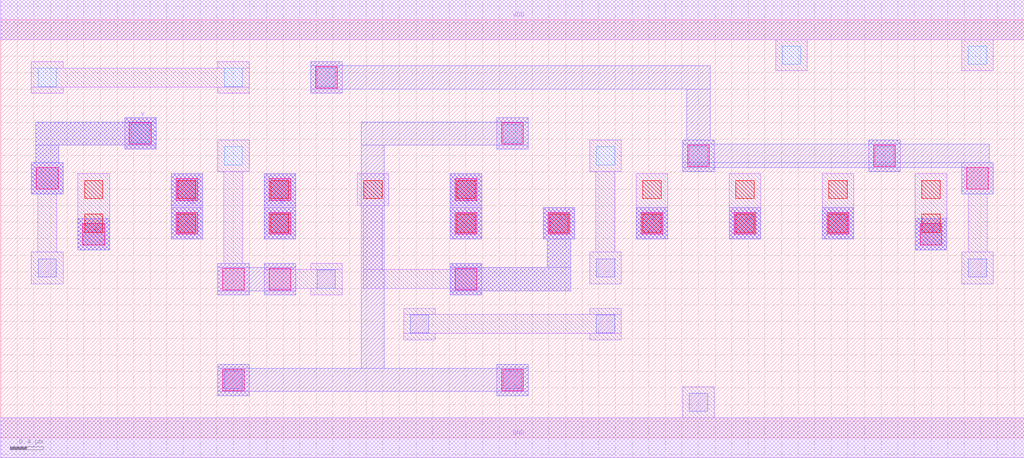
<source format=lef>
MACRO AOOAAOI21213
 CLASS CORE ;
 FOREIGN AOOAAOI21213 0 0 ;
 SIZE 12.32 BY 5.04 ;
 ORIGIN 0 0 ;
 SYMMETRY X Y R90 ;
 SITE unit ;
  PIN VDD
   DIRECTION INOUT ;
   USE POWER ;
   SHAPE ABUTMENT ;
    PORT
     CLASS CORE ;
       LAYER met1 ;
        RECT 0.00000000 4.80000000 12.32000000 5.28000000 ;
    END
  END VDD

  PIN GND
   DIRECTION INOUT ;
   USE POWER ;
   SHAPE ABUTMENT ;
    PORT
     CLASS CORE ;
       LAYER met1 ;
        RECT 0.00000000 -0.24000000 12.32000000 0.24000000 ;
    END
  END GND

  PIN Y
   DIRECTION INOUT ;
   USE SIGNAL ;
   SHAPE ABUTMENT ;
    PORT
     CLASS CORE ;
       LAYER met2 ;
        RECT 0.37000000 2.93700000 0.75000000 3.31700000 ;
        RECT 0.42000000 3.31700000 0.70000000 3.52700000 ;
        RECT 1.49000000 3.47700000 1.87000000 3.52700000 ;
        RECT 0.42000000 3.52700000 1.87000000 3.80700000 ;
        RECT 1.49000000 3.80700000 1.87000000 3.85700000 ;
    END
  END Y

  PIN E2
   DIRECTION INOUT ;
   USE SIGNAL ;
   SHAPE ABUTMENT ;
    PORT
     CLASS CORE ;
       LAYER met2 ;
        RECT 8.77000000 2.39700000 9.15000000 2.77700000 ;
    END
  END E2

  PIN E
   DIRECTION INOUT ;
   USE SIGNAL ;
   SHAPE ABUTMENT ;
    PORT
     CLASS CORE ;
       LAYER met2 ;
        RECT 11.01000000 2.26200000 11.39000000 2.64200000 ;
    END
  END E

  PIN B
   DIRECTION INOUT ;
   USE SIGNAL ;
   SHAPE ABUTMENT ;
    PORT
     CLASS CORE ;
       LAYER met2 ;
        RECT 3.17000000 2.39700000 3.55000000 3.18200000 ;
    END
  END B

  PIN A1
   DIRECTION INOUT ;
   USE SIGNAL ;
   SHAPE ABUTMENT ;
    PORT
     CLASS CORE ;
       LAYER met2 ;
        RECT 2.05000000 2.39700000 2.43000000 3.18200000 ;
    END
  END A1

  PIN E1
   DIRECTION INOUT ;
   USE SIGNAL ;
   SHAPE ABUTMENT ;
    PORT
     CLASS CORE ;
       LAYER met2 ;
        RECT 9.89000000 2.39700000 10.27000000 2.77700000 ;
    END
  END E1

  PIN D
   DIRECTION INOUT ;
   USE SIGNAL ;
   SHAPE ABUTMENT ;
    PORT
     CLASS CORE ;
       LAYER met2 ;
        RECT 7.65000000 2.39700000 8.03000000 2.77700000 ;
    END
  END D

  PIN C1
   DIRECTION INOUT ;
   USE SIGNAL ;
   SHAPE ABUTMENT ;
    PORT
     CLASS CORE ;
       LAYER met2 ;
        RECT 5.41000000 1.72200000 5.79000000 1.77200000 ;
        RECT 5.41000000 1.77200000 6.86000000 2.05200000 ;
        RECT 5.41000000 2.05200000 5.79000000 2.10200000 ;
        RECT 6.58000000 2.05200000 6.86000000 2.39700000 ;
        RECT 6.53000000 2.39700000 6.91000000 2.77700000 ;
    END
  END C1

  PIN C
   DIRECTION INOUT ;
   USE SIGNAL ;
   SHAPE ABUTMENT ;
    PORT
     CLASS CORE ;
       LAYER met2 ;
        RECT 5.41000000 2.39700000 5.79000000 3.18200000 ;
    END
  END C

  PIN A
   DIRECTION INOUT ;
   USE SIGNAL ;
   SHAPE ABUTMENT ;
    PORT
     CLASS CORE ;
       LAYER met2 ;
        RECT 0.93000000 2.26200000 1.31000000 2.64200000 ;
    END
  END A

 OBS
    LAYER polycont ;
     RECT 1.01000000 2.47700000 1.23000000 2.69700000 ;
     RECT 2.13000000 2.47700000 2.35000000 2.69700000 ;
     RECT 3.25000000 2.47700000 3.47000000 2.69700000 ;
     RECT 5.49000000 2.47700000 5.71000000 2.69700000 ;
     RECT 6.61000000 2.47700000 6.83000000 2.69700000 ;
     RECT 7.73000000 2.47700000 7.95000000 2.69700000 ;
     RECT 8.85000000 2.47700000 9.07000000 2.69700000 ;
     RECT 9.97000000 2.47700000 10.19000000 2.69700000 ;
     RECT 11.09000000 2.47700000 11.31000000 2.69700000 ;
     RECT 1.01000000 2.88200000 1.23000000 3.10200000 ;
     RECT 2.13000000 2.88200000 2.35000000 3.10200000 ;
     RECT 3.25000000 2.88200000 3.47000000 3.10200000 ;
     RECT 4.37000000 2.88200000 4.59000000 3.10200000 ;
     RECT 5.49000000 2.88200000 5.71000000 3.10200000 ;
     RECT 7.73000000 2.88200000 7.95000000 3.10200000 ;
     RECT 8.85000000 2.88200000 9.07000000 3.10200000 ;
     RECT 9.97000000 2.88200000 10.19000000 3.10200000 ;
     RECT 11.09000000 2.88200000 11.31000000 3.10200000 ;

    LAYER pdiffc ;
     RECT 2.69000000 3.28700000 2.91000000 3.50700000 ;
     RECT 7.17000000 3.28700000 7.39000000 3.50700000 ;
     RECT 8.29000000 3.28700000 8.51000000 3.50700000 ;
     RECT 10.53000000 3.28700000 10.75000000 3.50700000 ;
     RECT 1.57000000 3.55700000 1.79000000 3.77700000 ;
     RECT 6.05000000 3.55700000 6.27000000 3.77700000 ;
     RECT 0.45000000 4.23200000 0.67000000 4.45200000 ;
     RECT 2.69000000 4.23200000 2.91000000 4.45200000 ;
     RECT 3.81000000 4.23200000 4.03000000 4.45200000 ;
     RECT 9.41000000 4.50200000 9.63000000 4.72200000 ;
     RECT 11.65000000 4.50200000 11.87000000 4.72200000 ;

    LAYER ndiffc ;
     RECT 8.29000000 0.31700000 8.51000000 0.53700000 ;
     RECT 2.69000000 0.58700000 2.91000000 0.80700000 ;
     RECT 6.05000000 0.58700000 6.27000000 0.80700000 ;
     RECT 4.93000000 1.26200000 5.15000000 1.48200000 ;
     RECT 7.17000000 1.26200000 7.39000000 1.48200000 ;
     RECT 3.81000000 1.80200000 4.03000000 2.02200000 ;
     RECT 0.45000000 1.93700000 0.67000000 2.15700000 ;
     RECT 7.17000000 1.93700000 7.39000000 2.15700000 ;
     RECT 11.65000000 1.93700000 11.87000000 2.15700000 ;

    LAYER met1 ;
     RECT 0.00000000 -0.24000000 12.32000000 0.24000000 ;
     RECT 8.21000000 0.24000000 8.59000000 0.61700000 ;
     RECT 2.61000000 0.50700000 2.99000000 0.88700000 ;
     RECT 5.97000000 0.50700000 6.35000000 0.88700000 ;
     RECT 4.85000000 1.18200000 5.23000000 1.25700000 ;
     RECT 7.09000000 1.18200000 7.47000000 1.25700000 ;
     RECT 4.85000000 1.25700000 7.47000000 1.48700000 ;
     RECT 4.85000000 1.48700000 5.23000000 1.56200000 ;
     RECT 7.09000000 1.48700000 7.47000000 1.56200000 ;
     RECT 3.17000000 1.72200000 3.55000000 1.79700000 ;
     RECT 3.73000000 1.72200000 4.11000000 1.79700000 ;
     RECT 3.17000000 1.79700000 4.11000000 2.02700000 ;
     RECT 3.17000000 2.02700000 3.55000000 2.10200000 ;
     RECT 3.73000000 2.02700000 4.11000000 2.10200000 ;
     RECT 2.05000000 2.39700000 2.43000000 2.77700000 ;
     RECT 3.17000000 2.39700000 3.55000000 2.77700000 ;
     RECT 5.41000000 2.39700000 5.79000000 2.77700000 ;
     RECT 6.53000000 2.39700000 6.91000000 2.77700000 ;
     RECT 0.93000000 2.26200000 1.31000000 3.18200000 ;
     RECT 2.05000000 2.80200000 2.43000000 3.18200000 ;
     RECT 3.17000000 2.80200000 3.55000000 3.18200000 ;
     RECT 5.41000000 1.72200000 5.79000000 1.79700000 ;
     RECT 4.36500000 1.79700000 5.79000000 2.02700000 ;
     RECT 5.41000000 2.02700000 5.79000000 2.10200000 ;
     RECT 4.36500000 2.02700000 4.59500000 2.80200000 ;
     RECT 4.29000000 2.80200000 4.67000000 3.18200000 ;
     RECT 5.41000000 2.80200000 5.79000000 3.18200000 ;
     RECT 7.65000000 2.39700000 8.03000000 3.18200000 ;
     RECT 8.77000000 2.39700000 9.15000000 3.18200000 ;
     RECT 9.89000000 2.39700000 10.27000000 3.18200000 ;
     RECT 11.01000000 2.26200000 11.39000000 3.18200000 ;
     RECT 0.37000000 1.85700000 0.75000000 2.23700000 ;
     RECT 0.44500000 2.23700000 0.67500000 2.93700000 ;
     RECT 0.37000000 2.93700000 0.75000000 3.31700000 ;
     RECT 11.57000000 1.85700000 11.95000000 2.23700000 ;
     RECT 11.64500000 2.23700000 11.87500000 2.93700000 ;
     RECT 11.57000000 2.93700000 11.95000000 3.31700000 ;
     RECT 2.61000000 1.72200000 2.99000000 2.10200000 ;
     RECT 2.68500000 2.10200000 2.91500000 3.20700000 ;
     RECT 2.61000000 3.20700000 2.99000000 3.58700000 ;
     RECT 7.09000000 1.85700000 7.47000000 2.23700000 ;
     RECT 7.16500000 2.23700000 7.39500000 3.20700000 ;
     RECT 7.09000000 3.20700000 7.47000000 3.58700000 ;
     RECT 8.21000000 3.20700000 8.59000000 3.58700000 ;
     RECT 10.45000000 3.20700000 10.83000000 3.58700000 ;
     RECT 1.49000000 3.47700000 1.87000000 3.85700000 ;
     RECT 5.97000000 3.47700000 6.35000000 3.85700000 ;
     RECT 0.37000000 4.15200000 0.75000000 4.22700000 ;
     RECT 2.61000000 4.15200000 2.99000000 4.22700000 ;
     RECT 0.37000000 4.22700000 2.99000000 4.45700000 ;
     RECT 0.37000000 4.45700000 0.75000000 4.53200000 ;
     RECT 2.61000000 4.45700000 2.99000000 4.53200000 ;
     RECT 3.73000000 4.15200000 4.11000000 4.53200000 ;
     RECT 9.33000000 4.42200000 9.71000000 4.80000000 ;
     RECT 11.57000000 4.42200000 11.95000000 4.80000000 ;
     RECT 0.00000000 4.80000000 12.32000000 5.28000000 ;

    LAYER via1 ;
     RECT 2.67000000 0.56700000 2.93000000 0.82700000 ;
     RECT 6.03000000 0.56700000 6.29000000 0.82700000 ;
     RECT 2.67000000 1.78200000 2.93000000 2.04200000 ;
     RECT 3.23000000 1.78200000 3.49000000 2.04200000 ;
     RECT 5.47000000 1.78200000 5.73000000 2.04200000 ;
     RECT 0.99000000 2.32200000 1.25000000 2.58200000 ;
     RECT 11.07000000 2.32200000 11.33000000 2.58200000 ;
     RECT 2.11000000 2.45700000 2.37000000 2.71700000 ;
     RECT 3.23000000 2.45700000 3.49000000 2.71700000 ;
     RECT 5.47000000 2.45700000 5.73000000 2.71700000 ;
     RECT 6.59000000 2.45700000 6.85000000 2.71700000 ;
     RECT 7.71000000 2.45700000 7.97000000 2.71700000 ;
     RECT 8.83000000 2.45700000 9.09000000 2.71700000 ;
     RECT 9.95000000 2.45700000 10.21000000 2.71700000 ;
     RECT 2.11000000 2.86200000 2.37000000 3.12200000 ;
     RECT 3.23000000 2.86200000 3.49000000 3.12200000 ;
     RECT 5.47000000 2.86200000 5.73000000 3.12200000 ;
     RECT 0.43000000 2.99700000 0.69000000 3.25700000 ;
     RECT 11.63000000 2.99700000 11.89000000 3.25700000 ;
     RECT 8.27000000 3.26700000 8.53000000 3.52700000 ;
     RECT 10.51000000 3.26700000 10.77000000 3.52700000 ;
     RECT 1.55000000 3.53700000 1.81000000 3.79700000 ;
     RECT 6.03000000 3.53700000 6.29000000 3.79700000 ;
     RECT 3.79000000 4.21200000 4.05000000 4.47200000 ;

    LAYER met2 ;
     RECT 2.61000000 1.72200000 2.99000000 1.77200000 ;
     RECT 3.17000000 1.72200000 3.55000000 1.77200000 ;
     RECT 2.61000000 1.77200000 3.55000000 2.05200000 ;
     RECT 2.61000000 2.05200000 2.99000000 2.10200000 ;
     RECT 3.17000000 2.05200000 3.55000000 2.10200000 ;
     RECT 0.93000000 2.26200000 1.31000000 2.64200000 ;
     RECT 11.01000000 2.26200000 11.39000000 2.64200000 ;
     RECT 5.41000000 1.72200000 5.79000000 1.77200000 ;
     RECT 5.41000000 1.77200000 6.86000000 2.05200000 ;
     RECT 5.41000000 2.05200000 5.79000000 2.10200000 ;
     RECT 6.58000000 2.05200000 6.86000000 2.39700000 ;
     RECT 6.53000000 2.39700000 6.91000000 2.77700000 ;
     RECT 7.65000000 2.39700000 8.03000000 2.77700000 ;
     RECT 8.77000000 2.39700000 9.15000000 2.77700000 ;
     RECT 9.89000000 2.39700000 10.27000000 2.77700000 ;
     RECT 2.05000000 2.39700000 2.43000000 3.18200000 ;
     RECT 3.17000000 2.39700000 3.55000000 3.18200000 ;
     RECT 5.41000000 2.39700000 5.79000000 3.18200000 ;
     RECT 0.37000000 2.93700000 0.75000000 3.31700000 ;
     RECT 0.42000000 3.31700000 0.70000000 3.52700000 ;
     RECT 1.49000000 3.47700000 1.87000000 3.52700000 ;
     RECT 0.42000000 3.52700000 1.87000000 3.80700000 ;
     RECT 1.49000000 3.80700000 1.87000000 3.85700000 ;
     RECT 2.61000000 0.50700000 2.99000000 0.55700000 ;
     RECT 5.97000000 0.50700000 6.35000000 0.55700000 ;
     RECT 2.61000000 0.55700000 6.35000000 0.83700000 ;
     RECT 2.61000000 0.83700000 2.99000000 0.88700000 ;
     RECT 5.97000000 0.83700000 6.35000000 0.88700000 ;
     RECT 4.34000000 0.83700000 4.62000000 3.52700000 ;
     RECT 5.97000000 3.47700000 6.35000000 3.52700000 ;
     RECT 4.34000000 3.52700000 6.35000000 3.80700000 ;
     RECT 5.97000000 3.80700000 6.35000000 3.85700000 ;
     RECT 8.21000000 3.20700000 8.59000000 3.25700000 ;
     RECT 10.45000000 3.20700000 10.83000000 3.25700000 ;
     RECT 11.57000000 2.93700000 11.95000000 3.25700000 ;
     RECT 8.21000000 3.25700000 11.95000000 3.31700000 ;
     RECT 8.21000000 3.31700000 11.90000000 3.53700000 ;
     RECT 8.21000000 3.53700000 8.59000000 3.58700000 ;
     RECT 10.45000000 3.53700000 10.83000000 3.58700000 ;
     RECT 3.73000000 4.15200000 4.11000000 4.20200000 ;
     RECT 8.26000000 3.58700000 8.54000000 4.20200000 ;
     RECT 3.73000000 4.20200000 8.54000000 4.48200000 ;
     RECT 3.73000000 4.48200000 4.11000000 4.53200000 ;

 END
END AOOAAOI21213

</source>
